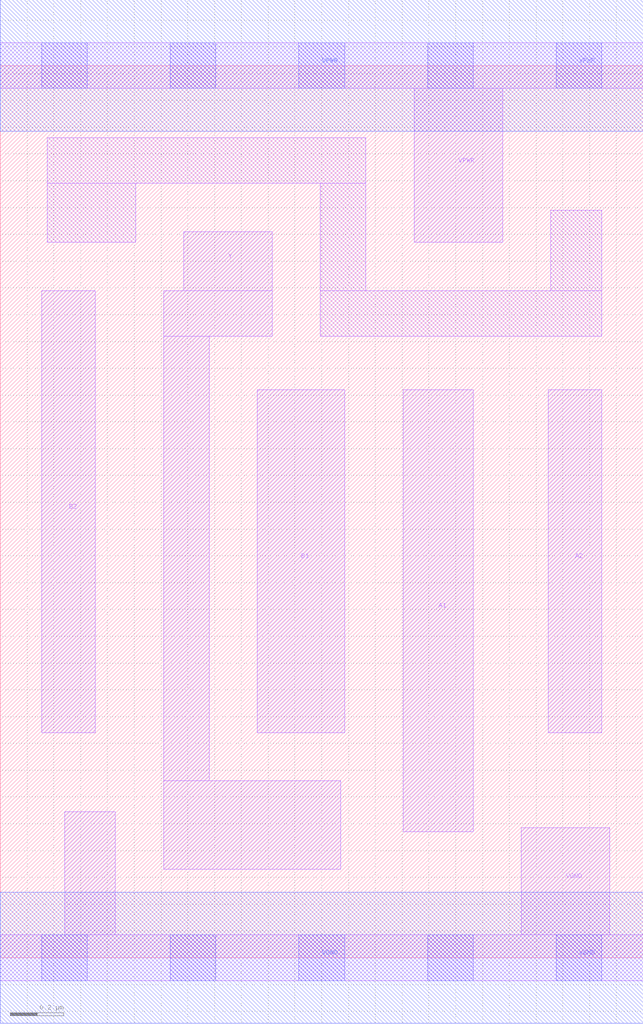
<source format=lef>
# Copyright 2020 The SkyWater PDK Authors
#
# Licensed under the Apache License, Version 2.0 (the "License");
# you may not use this file except in compliance with the License.
# You may obtain a copy of the License at
#
#     https://www.apache.org/licenses/LICENSE-2.0
#
# Unless required by applicable law or agreed to in writing, software
# distributed under the License is distributed on an "AS IS" BASIS,
# WITHOUT WARRANTIES OR CONDITIONS OF ANY KIND, either express or implied.
# See the License for the specific language governing permissions and
# limitations under the License.
#
# SPDX-License-Identifier: Apache-2.0

VERSION 5.7 ;
  NAMESCASESENSITIVE ON ;
  NOWIREEXTENSIONATPIN ON ;
  DIVIDERCHAR "/" ;
  BUSBITCHARS "[]" ;
UNITS
  DATABASE MICRONS 200 ;
END UNITS
MACRO sky130_fd_sc_lp__a22oi_m
  CLASS CORE ;
  SOURCE USER ;
  FOREIGN sky130_fd_sc_lp__a22oi_m ;
  ORIGIN  0.000000  0.000000 ;
  SIZE  2.400000 BY  3.330000 ;
  SYMMETRY X Y R90 ;
  SITE unit ;
  PIN A1
    ANTENNAGATEAREA  0.126000 ;
    DIRECTION INPUT ;
    USE SIGNAL ;
    PORT
      LAYER li1 ;
        RECT 1.505000 0.470000 1.765000 2.120000 ;
    END
  END A1
  PIN A2
    ANTENNAGATEAREA  0.126000 ;
    DIRECTION INPUT ;
    USE SIGNAL ;
    PORT
      LAYER li1 ;
        RECT 2.045000 0.840000 2.245000 2.120000 ;
    END
  END A2
  PIN B1
    ANTENNAGATEAREA  0.126000 ;
    DIRECTION INPUT ;
    USE SIGNAL ;
    PORT
      LAYER li1 ;
        RECT 0.960000 0.840000 1.285000 2.120000 ;
    END
  END B1
  PIN B2
    ANTENNAGATEAREA  0.126000 ;
    DIRECTION INPUT ;
    USE SIGNAL ;
    PORT
      LAYER li1 ;
        RECT 0.155000 0.840000 0.355000 2.490000 ;
    END
  END B2
  PIN Y
    ANTENNADIFFAREA  0.283500 ;
    DIRECTION OUTPUT ;
    USE SIGNAL ;
    PORT
      LAYER li1 ;
        RECT 0.610000 0.330000 1.270000 0.660000 ;
        RECT 0.610000 0.660000 0.780000 2.320000 ;
        RECT 0.610000 2.320000 1.015000 2.490000 ;
        RECT 0.685000 2.490000 1.015000 2.710000 ;
    END
  END Y
  PIN VGND
    DIRECTION INOUT ;
    USE GROUND ;
    PORT
      LAYER li1 ;
        RECT 0.000000 -0.085000 2.400000 0.085000 ;
        RECT 0.240000  0.085000 0.430000 0.545000 ;
        RECT 1.945000  0.085000 2.275000 0.485000 ;
      LAYER mcon ;
        RECT 0.155000 -0.085000 0.325000 0.085000 ;
        RECT 0.635000 -0.085000 0.805000 0.085000 ;
        RECT 1.115000 -0.085000 1.285000 0.085000 ;
        RECT 1.595000 -0.085000 1.765000 0.085000 ;
        RECT 2.075000 -0.085000 2.245000 0.085000 ;
      LAYER met1 ;
        RECT 0.000000 -0.245000 2.400000 0.245000 ;
    END
  END VGND
  PIN VPWR
    DIRECTION INOUT ;
    USE POWER ;
    PORT
      LAYER li1 ;
        RECT 0.000000 3.245000 2.400000 3.415000 ;
        RECT 1.545000 2.670000 1.875000 3.245000 ;
      LAYER mcon ;
        RECT 0.155000 3.245000 0.325000 3.415000 ;
        RECT 0.635000 3.245000 0.805000 3.415000 ;
        RECT 1.115000 3.245000 1.285000 3.415000 ;
        RECT 1.595000 3.245000 1.765000 3.415000 ;
        RECT 2.075000 3.245000 2.245000 3.415000 ;
      LAYER met1 ;
        RECT 0.000000 3.085000 2.400000 3.575000 ;
    END
  END VPWR
  OBS
    LAYER li1 ;
      RECT 0.175000 2.670000 0.505000 2.890000 ;
      RECT 0.175000 2.890000 1.365000 3.060000 ;
      RECT 1.195000 2.320000 2.245000 2.490000 ;
      RECT 1.195000 2.490000 1.365000 2.890000 ;
      RECT 2.055000 2.490000 2.245000 2.790000 ;
  END
END sky130_fd_sc_lp__a22oi_m

</source>
